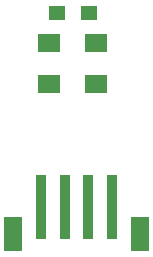
<source format=gbp>
%TF.GenerationSoftware,KiCad,Pcbnew,4.0.7-e2-6376~58~ubuntu16.04.1*%
%TF.CreationDate,2017-11-12T16:16:19-05:00*%
%TF.ProjectId,AH1892Breakout,414831383932427265616B6F75742E6B,rev?*%
%TF.FileFunction,Paste,Bot*%
%FSLAX46Y46*%
G04 Gerber Fmt 4.6, Leading zero omitted, Abs format (unit mm)*
G04 Created by KiCad (PCBNEW 4.0.7-e2-6376~58~ubuntu16.04.1) date Sun Nov 12 16:16:19 2017*
%MOMM*%
%LPD*%
G01*
G04 APERTURE LIST*
%ADD10C,0.127000*%
%ADD11R,1.420000X1.220000*%
%ADD12R,0.920000X5.420000*%
%ADD13R,1.520000X2.920000*%
%ADD14R,1.920000X1.620000*%
G04 APERTURE END LIST*
D10*
D11*
X148383000Y-92710000D03*
X151083000Y-92710000D03*
D12*
X146987000Y-109111000D03*
X148987000Y-109111000D03*
X150987000Y-109111000D03*
X152987000Y-109111000D03*
D13*
X144587000Y-111361000D03*
X155387000Y-111361000D03*
D14*
X151638000Y-95250000D03*
X147638000Y-95250000D03*
X147638000Y-98679000D03*
X151638000Y-98679000D03*
M02*

</source>
